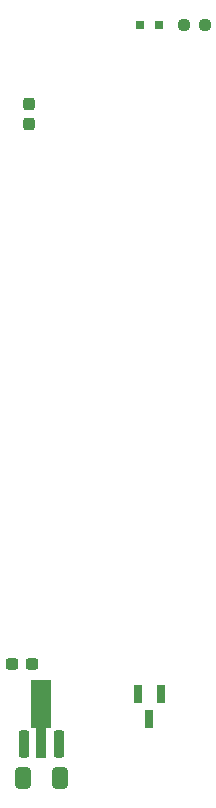
<source format=gbr>
G04 #@! TF.GenerationSoftware,KiCad,Pcbnew,7.0.11+dfsg-1build4*
G04 #@! TF.CreationDate,2024-12-04T10:25:33+09:00*
G04 #@! TF.ProjectId,bionic-f3850,62696f6e-6963-42d6-9633-3835302e6b69,5*
G04 #@! TF.SameCoordinates,Original*
G04 #@! TF.FileFunction,Paste,Top*
G04 #@! TF.FilePolarity,Positive*
%FSLAX46Y46*%
G04 Gerber Fmt 4.6, Leading zero omitted, Abs format (unit mm)*
G04 Created by KiCad (PCBNEW 7.0.11+dfsg-1build4) date 2024-12-04 10:25:33*
%MOMM*%
%LPD*%
G01*
G04 APERTURE LIST*
G04 Aperture macros list*
%AMRoundRect*
0 Rectangle with rounded corners*
0 $1 Rounding radius*
0 $2 $3 $4 $5 $6 $7 $8 $9 X,Y pos of 4 corners*
0 Add a 4 corners polygon primitive as box body*
4,1,4,$2,$3,$4,$5,$6,$7,$8,$9,$2,$3,0*
0 Add four circle primitives for the rounded corners*
1,1,$1+$1,$2,$3*
1,1,$1+$1,$4,$5*
1,1,$1+$1,$6,$7*
1,1,$1+$1,$8,$9*
0 Add four rect primitives between the rounded corners*
20,1,$1+$1,$2,$3,$4,$5,0*
20,1,$1+$1,$4,$5,$6,$7,0*
20,1,$1+$1,$6,$7,$8,$9,0*
20,1,$1+$1,$8,$9,$2,$3,0*%
%AMFreePoly0*
4,1,9,5.362500,-0.866500,1.237500,-0.866500,1.237500,-0.450000,-1.237500,-0.450000,-1.237500,0.450000,1.237500,0.450000,1.237500,0.866500,5.362500,0.866500,5.362500,-0.866500,5.362500,-0.866500,$1*%
G04 Aperture macros list end*
%ADD10RoundRect,0.250000X0.412500X0.650000X-0.412500X0.650000X-0.412500X-0.650000X0.412500X-0.650000X0*%
%ADD11RoundRect,0.237500X-0.300000X-0.237500X0.300000X-0.237500X0.300000X0.237500X-0.300000X0.237500X0*%
%ADD12RoundRect,0.237500X0.237500X-0.300000X0.237500X0.300000X-0.237500X0.300000X-0.237500X-0.300000X0*%
%ADD13R,0.762000X0.711200*%
%ADD14RoundRect,0.237500X-0.250000X-0.237500X0.250000X-0.237500X0.250000X0.237500X-0.250000X0.237500X0*%
%ADD15R,0.660400X1.625600*%
%ADD16RoundRect,0.225000X0.225000X-0.925000X0.225000X0.925000X-0.225000X0.925000X-0.225000X-0.925000X0*%
%ADD17FreePoly0,90.000000*%
G04 APERTURE END LIST*
D10*
X106118500Y-135532000D03*
X102993500Y-135532000D03*
D11*
X102017100Y-125829200D03*
X103742100Y-125829200D03*
D12*
X103489200Y-80158900D03*
X103489200Y-78433900D03*
D13*
X114474700Y-71778000D03*
X112925300Y-71778000D03*
D14*
X116597500Y-71778000D03*
X118422500Y-71778000D03*
D15*
X114650001Y-128420000D03*
X112749999Y-128420000D03*
X113700000Y-130552000D03*
D16*
X103056000Y-132648000D03*
D17*
X104556000Y-132560500D03*
D16*
X106056000Y-132648000D03*
M02*

</source>
